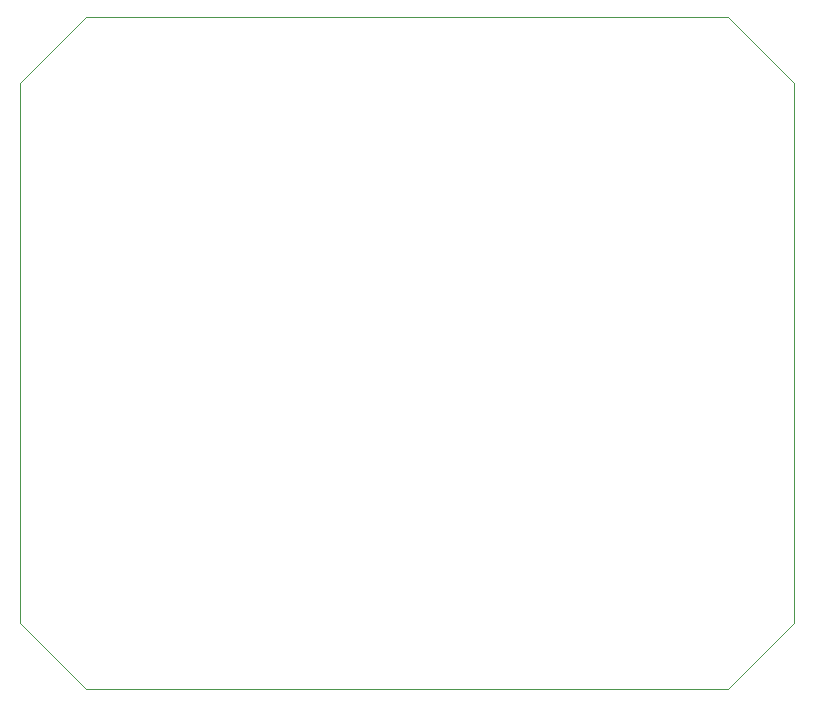
<source format=gbr>
%TF.GenerationSoftware,KiCad,Pcbnew,5.1.9-73d0e3b20d~88~ubuntu20.04.1*%
%TF.CreationDate,2021-04-22T17:01:53+00:00*%
%TF.ProjectId,RPHat,52504861-742e-46b6-9963-61645f706362,rev?*%
%TF.SameCoordinates,Original*%
%TF.FileFunction,Profile,NP*%
%FSLAX46Y46*%
G04 Gerber Fmt 4.6, Leading zero omitted, Abs format (unit mm)*
G04 Created by KiCad (PCBNEW 5.1.9-73d0e3b20d~88~ubuntu20.04.1) date 2021-04-22 17:01:53*
%MOMM*%
%LPD*%
G01*
G04 APERTURE LIST*
%TA.AperFunction,Profile*%
%ADD10C,0.050000*%
%TD*%
G04 APERTURE END LIST*
D10*
X149860000Y-97028000D02*
X144272000Y-102616000D01*
X149860000Y-51308000D02*
X144272000Y-45720000D01*
X89916000Y-45720000D02*
X84328000Y-51308000D01*
X89916000Y-102616000D02*
X84328000Y-97028000D01*
X144272000Y-45720000D02*
X89916000Y-45720000D01*
X149860000Y-97028000D02*
X149860000Y-51308000D01*
X89916000Y-102616000D02*
X144272000Y-102616000D01*
X84328000Y-51308000D02*
X84328000Y-97028000D01*
M02*

</source>
